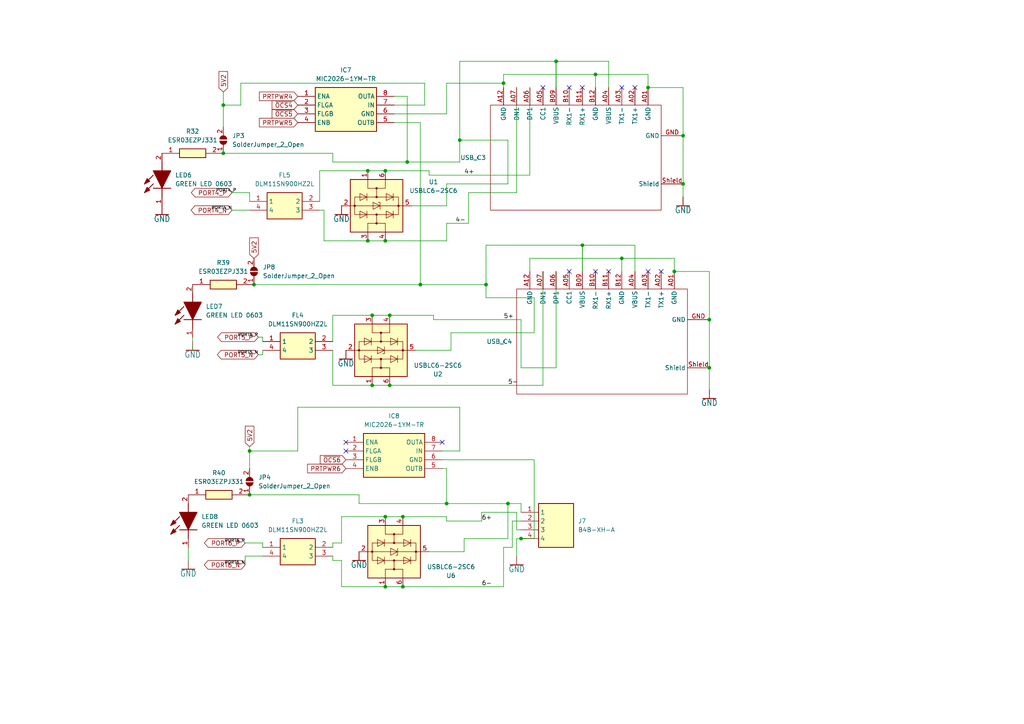
<source format=kicad_sch>
(kicad_sch (version 20230121) (generator eeschema)
  (paper "A4")
  (lib_symbols
    (symbol "Connector:PLUG-USBC-121SMT-4BS2S"
      (property "Reference" "USB_C" (at 0 0 0))
      (symbol "PLUG-USBC-121SMT-4BS2S_1_1"
        (rectangle (start -15.24 -3.81) (end 15.24 -53.34))
        (pin bidirectional line (at 20.32 -49.53 180) (length 5.08) (name "GND") (number "A01"))
        (pin bidirectional line (at 20.32 -45.72 180) (length 5.08) (name "TX1+") (number "A02"))
        (pin bidirectional line (at 20.32 -41.91 180) (length 5.08) (name "TX1-") (number "A03"))
        (pin bidirectional line (at 20.32 -38.1 180) (length 5.08) (name "VBUS") (number "A04"))
        (pin bidirectional line (at 20.32 -19.05 180) (length 5.08) (name "CC1") (number "A05"))
        (pin bidirectional line (at 20.32 -15.24 180) (length 5.08) (name "DP1") (number "A06"))
        (pin bidirectional line (at 20.32 -11.43 180) (length 5.08) (name "DN1") (number "A07"))
        (pin bidirectional line (at 20.32 -7.62 180) (length 5.08) (name "GND") (number "A12"))
        (pin bidirectional line (at 20.32 -22.86 180) (length 5.08) (name "VBUS") (number "B09"))
        (pin bidirectional line (at 20.32 -26.67 180) (length 5.08) (name "RX1-") (number "B10"))
        (pin bidirectional line (at 20.32 -30.48 180) (length 5.08) (name "RX1+") (number "B11"))
        (pin bidirectional line (at 20.32 -34.29 180) (length 5.08) (name "GND") (number "B12"))
        (pin bidirectional line (at 6.35 -59.69 90) (length 6.35) (name "GND") (number "GND"))
        (pin bidirectional line (at -7.62 -59.69 90) (length 6.35) (name "Shield") (number "Shield"))
      )
    )
    (symbol "Jumper:SolderJumper_2_Open" (pin_names (offset 0) hide)
      (property "Reference" "JP" (at 0 2.032 0))
      (property "Value" "SolderJumper_2_Open" (at 0 -2.54 0))
      (symbol "SolderJumper_2_Open_0_1"
        (arc (start -0.254 1.016) (mid -1.2656 0) (end -0.254 -1.016))
        (arc (start -0.254 1.016) (mid -1.2656 0) (end -0.254 -1.016) (fill (type outline)))
        (polyline (pts (xy -0.254 1.016) (xy -0.254 -1.016)))
        (polyline (pts (xy 0.254 1.016) (xy 0.254 -1.016)))
        (arc (start 0.254 -1.016) (mid 1.2656 0) (end 0.254 1.016))
        (arc (start 0.254 -1.016) (mid 1.2656 0) (end 0.254 1.016) (fill (type outline)))
      )
      (symbol "SolderJumper_2_Open_1_1"
        (pin passive line (at -3.81 0 0) (length 2.54) (name "A") (number "1"))
        (pin passive line (at 3.81 0 180) (length 2.54) (name "B") (number "2"))
      )
    )
    (symbol "PLUG-USBC-121SMT-4BS2S_1"
      (property "Reference" "USB_C" (at 0 0 0))
      (symbol "PLUG-USBC-121SMT-4BS2S_1_1_1"
        (rectangle (start -15.24 -3.81) (end 15.24 -53.34))
        (pin bidirectional line (at 20.32 -49.53 180) (length 5.08) (name "GND") (number "A01"))
        (pin bidirectional line (at 20.32 -45.72 180) (length 5.08) (name "TX1+") (number "A02"))
        (pin bidirectional line (at 20.32 -41.91 180) (length 5.08) (name "TX1-") (number "A03"))
        (pin bidirectional line (at 20.32 -38.1 180) (length 5.08) (name "VBUS") (number "A04"))
        (pin bidirectional line (at 20.32 -19.05 180) (length 5.08) (name "CC1") (number "A05"))
        (pin bidirectional line (at 20.32 -15.24 180) (length 5.08) (name "DP1") (number "A06"))
        (pin bidirectional line (at 20.32 -11.43 180) (length 5.08) (name "DN1") (number "A07"))
        (pin bidirectional line (at 20.32 -7.62 180) (length 5.08) (name "GND") (number "A12"))
        (pin bidirectional line (at 20.32 -22.86 180) (length 5.08) (name "VBUS") (number "B09"))
        (pin bidirectional line (at 20.32 -26.67 180) (length 5.08) (name "RX1-") (number "B10"))
        (pin bidirectional line (at 20.32 -30.48 180) (length 5.08) (name "RX1+") (number "B11"))
        (pin bidirectional line (at 20.32 -34.29 180) (length 5.08) (name "GND") (number "B12"))
        (pin bidirectional line (at 6.35 -59.69 90) (length 6.35) (name "GND") (number "GND"))
        (pin bidirectional line (at -7.62 -59.69 90) (length 6.35) (name "Shield") (number "Shield"))
      )
    )
    (symbol "Power_Protection:USBLC6-2SC6" (pin_names hide)
      (property "Reference" "U" (at 2.54 8.89 0))
      (property "Value" "USBLC6-2SC6" (at 2.54 -8.89 0))
      (symbol "USBLC6-2SC6_0_1"
        (rectangle (start -7.62 -7.62) (end 7.62 7.62) (stroke (width 0.254)) (fill (type background)))
        (circle (center -5.08 0) (radius 0.254) (fill (type outline)))
        (circle (center -2.54 0) (radius 0.254) (fill (type outline)))
        (rectangle (start -2.54 6.35) (end 2.54 -6.35))
        (circle (center 0 -6.35) (radius 0.254) (fill (type outline)))
        (polyline (pts (xy -5.08 -2.54) (xy -7.62 -2.54)))
        (polyline (pts (xy -5.08 0) (xy -5.08 -2.54)))
        (polyline (pts (xy -5.08 2.54) (xy -7.62 2.54)))
        (polyline (pts (xy -1.524 -2.794) (xy -3.556 -2.794)))
        (polyline (pts (xy -1.524 4.826) (xy -3.556 4.826)))
        (polyline (pts (xy 0 -7.62) (xy 0 -6.35)))
        (polyline (pts (xy 0 -6.35) (xy 0 1.27)))
        (polyline (pts (xy 0 1.27) (xy 0 6.35)))
        (polyline (pts (xy 0 6.35) (xy 0 7.62)))
        (polyline (pts (xy 1.524 -2.794) (xy 3.556 -2.794)))
        (polyline (pts (xy 1.524 4.826) (xy 3.556 4.826)))
        (polyline (pts (xy 5.08 -2.54) (xy 7.62 -2.54)))
        (polyline (pts (xy 5.08 0) (xy 5.08 -2.54)))
        (polyline (pts (xy 5.08 2.54) (xy 7.62 2.54)))
        (polyline (pts (xy -2.54 0) (xy -5.08 0) (xy -5.08 2.54)))
        (polyline (pts (xy 2.54 0) (xy 5.08 0) (xy 5.08 2.54)))
        (polyline (pts (xy -3.556 -4.826) (xy -1.524 -4.826) (xy -2.54 -2.794) (xy -3.556 -4.826)))
        (polyline (pts (xy -3.556 2.794) (xy -1.524 2.794) (xy -2.54 4.826) (xy -3.556 2.794)))
        (polyline (pts (xy -1.016 -1.016) (xy 1.016 -1.016) (xy 0 1.016) (xy -1.016 -1.016)))
        (polyline (pts (xy 1.016 1.016) (xy 0.762 1.016) (xy -1.016 1.016) (xy -1.016 0.508)))
        (polyline (pts (xy 3.556 -4.826) (xy 1.524 -4.826) (xy 2.54 -2.794) (xy 3.556 -4.826)))
        (polyline (pts (xy 3.556 2.794) (xy 1.524 2.794) (xy 2.54 4.826) (xy 3.556 2.794)))
        (circle (center 0 6.35) (radius 0.254) (fill (type outline)))
        (circle (center 2.54 0) (radius 0.254) (fill (type outline)))
        (circle (center 5.08 0) (radius 0.254) (fill (type outline)))
      )
      (symbol "USBLC6-2SC6_1_1"
        (pin passive line (at -10.16 -2.54 0) (length 2.54) (name "I/O1") (number "1"))
        (pin passive line (at 0 -10.16 90) (length 2.54) (name "GND") (number "2"))
        (pin passive line (at 10.16 -2.54 180) (length 2.54) (name "I/O2") (number "3"))
        (pin passive line (at 10.16 2.54 180) (length 2.54) (name "I/O2") (number "4"))
        (pin passive line (at 0 10.16 270) (length 2.54) (name "VBUS") (number "5"))
        (pin passive line (at -10.16 2.54 0) (length 2.54) (name "I/O1") (number "6"))
      )
    )
    (symbol "Qwiic-USB_Hub-eagle-import:GND" (power)
      (property "Value" "GND" (at 0 -0.254 0))
      (symbol "GND_1_0"
        (polyline (pts (xy -1.905 0) (xy 1.905 0)) (stroke (width 0.254)))
        (pin power_in line (at 0 2.54 270) (length 2.54) (name "GND") (number "1"))
      )
    )
    (symbol "SamacSys_Parts:B1931URO-20D000114U1930" (pin_names hide)
      (property "Reference" "LED" (at 12.7 8.89 0))
      (property "Value" "B1931URO-20D000114U1930" (at 12.7 6.35 0))
      (symbol "B1931URO-20D000114U1930_1_1"
        (polyline (pts (xy 2.54 0) (xy 5.08 0)) (stroke (width 0.254)))
        (polyline (pts (xy 5.08 2.54) (xy 5.08 -2.54)) (stroke (width 0.254)))
        (polyline (pts (xy 6.35 2.54) (xy 3.81 5.08)) (stroke (width 0.254)))
        (polyline (pts (xy 8.89 2.54) (xy 6.35 5.08)) (stroke (width 0.254)))
        (polyline (pts (xy 10.16 0) (xy 12.7 0)) (stroke (width 0.254)))
        (polyline (pts (xy 5.08 0) (xy 10.16 2.54) (xy 10.16 -2.54) (xy 5.08 0)) (stroke (width 0.254)) (fill (type outline)))
        (polyline (pts (xy 5.334 4.318) (xy 4.572 3.556) (xy 3.81 5.08) (xy 5.334 4.318)) (stroke (width 0.254)) (fill (type outline)))
        (polyline (pts (xy 7.874 4.318) (xy 7.112 3.556) (xy 6.35 5.08) (xy 7.874 4.318)) (stroke (width 0.254)) (fill (type outline)))
        (pin passive line (at 0 0 0) (length 2.54) (name "K") (number "1"))
        (pin passive line (at 15.24 0 180) (length 2.54) (name "A") (number "2"))
      )
    )
    (symbol "SamacSys_Parts:B4B-XH-A"
      (property "Reference" "J" (at 16.51 7.62 0))
      (property "Value" "B4B-XH-A" (at 16.51 5.08 0))
      (symbol "B4B-XH-A_1_1"
        (rectangle (start 5.08 2.54) (end 15.24 -10.16) (stroke (width 0.254)) (fill (type background)))
        (pin passive line (at 0 0 0) (length 5.08) (name "1") (number "1"))
        (pin passive line (at 0 -2.54 0) (length 5.08) (name "2") (number "2"))
        (pin passive line (at 0 -5.08 0) (length 5.08) (name "3") (number "3"))
        (pin passive line (at 0 -7.62 0) (length 5.08) (name "4") (number "4"))
      )
    )
    (symbol "SamacSys_Parts:DLM11SN900HZ2L"
      (property "Reference" "FL" (at 16.51 7.62 0))
      (property "Value" "DLM11SN900HZ2L" (at 16.51 5.08 0))
      (symbol "DLM11SN900HZ2L_1_1"
        (rectangle (start 5.08 2.54) (end 15.24 -5.08) (stroke (width 0.254)) (fill (type background)))
        (pin passive line (at 0 0 0) (length 5.08) (name "1") (number "1"))
        (pin passive line (at 20.32 0 180) (length 5.08) (name "2") (number "2"))
        (pin passive line (at 20.32 -2.54 180) (length 5.08) (name "3") (number "3"))
        (pin passive line (at 0 -2.54 0) (length 5.08) (name "4") (number "4"))
      )
    )
    (symbol "SamacSys_Parts:ESR03EZPJ331" (pin_names hide)
      (property "Reference" "R" (at 13.97 6.35 0))
      (property "Value" "ESR03EZPJ331" (at 13.97 3.81 0))
      (symbol "ESR03EZPJ331_1_1"
        (rectangle (start 5.08 1.27) (end 12.7 -1.27) (stroke (width 0.254)) (fill (type background)))
        (pin passive line (at 0 0 0) (length 5.08) (name "1") (number "1"))
        (pin passive line (at 17.78 0 180) (length 5.08) (name "2") (number "2"))
      )
    )
    (symbol "SamacSys_Parts:MIC2026-1YM-TR"
      (property "Reference" "IC" (at 24.13 7.62 0))
      (property "Value" "MIC2026-1YM-TR" (at 24.13 5.08 0))
      (symbol "MIC2026-1YM-TR_1_1"
        (rectangle (start 5.08 2.54) (end 22.86 -10.16) (stroke (width 0.254)) (fill (type background)))
        (pin passive line (at 0 0 0) (length 5.08) (name "ENA") (number "1"))
        (pin passive line (at 0 -2.54 0) (length 5.08) (name "FLGA") (number "2"))
        (pin passive line (at 0 -5.08 0) (length 5.08) (name "FLGB") (number "3"))
        (pin passive line (at 0 -7.62 0) (length 5.08) (name "ENB") (number "4"))
        (pin passive line (at 27.94 -7.62 180) (length 5.08) (name "OUTB") (number "5"))
        (pin passive line (at 27.94 -5.08 180) (length 5.08) (name "GND") (number "6"))
        (pin passive line (at 27.94 -2.54 180) (length 5.08) (name "IN") (number "7"))
        (pin passive line (at 27.94 0 180) (length 5.08) (name "OUTA") (number "8"))
      )
    )
  )
  (junction (at 198.12 53.34))
  (junction (at 113.03 91.44))
  (junction (at 106.68 69.85))
  (junction (at 113.03 111.76))
  (junction (at 73.66 82.55))
  (junction (at 140.97 82.55))
  (junction (at 133.35 40.64))
  (junction (at 116.84 149.86))
  (junction (at 64.77 30.48))
  (junction (at 72.39 143.51))
  (junction (at 64.77 44.45))
  (junction (at 111.76 69.85))
  (junction (at 129.54 146.05))
  (junction (at 111.76 49.53))
  (junction (at 146.05 24.13))
  (junction (at 72.39 130.81))
  (junction (at 205.74 92.71))
  (junction (at 195.58 78.74))
  (junction (at 172.72 21.59))
  (junction (at 107.95 111.76))
  (junction (at 111.76 170.18))
  (junction (at 107.95 91.44))
  (junction (at 121.92 82.55))
  (junction (at 198.12 39.37))
  (junction (at 205.74 106.68))
  (junction (at 180.34 74.93))
  (junction (at 161.29 17.78))
  (junction (at 151.13 156.21))
  (junction (at 147.32 146.05))
  (junction (at 111.76 149.86))
  (junction (at 187.96 25.4))
  (junction (at 116.84 170.18))
  (junction (at 106.68 49.53))
  (junction (at 168.91 71.12))
  (junction (at 118.11 46.99))
  (no_connect (at 172.72 78.74))
  (no_connect (at 191.77 78.74))
  (no_connect (at 165.1 25.4))
  (no_connect (at 168.91 25.4))
  (no_connect (at 100.33 130.81))
  (no_connect (at 184.15 25.4))
  (no_connect (at 157.48 25.4))
  (no_connect (at 187.96 78.74))
  (no_connect (at 176.53 78.74))
  (no_connect (at 100.33 128.27))
  (no_connect (at 128.27 128.27))
  (no_connect (at 165.1 78.74))
  (no_connect (at 180.34 25.4))
  (wire (pts (xy 111.76 170.18) (xy 116.84 170.18)))
  (wire (pts (xy 116.84 149.86) (xy 129.54 149.86)))
  (wire (pts (xy 134.62 156.21) (xy 147.32 156.21)))
  (wire (pts (xy 129.54 53.34) (xy 129.54 59.69)))
  (wire (pts (xy 180.34 74.93) (xy 180.34 78.74)))
  (wire (pts (xy 96.52 91.44) (xy 107.95 91.44)))
  (wire (pts (xy 146.05 25.4) (xy 146.05 24.13)))
  (wire (pts (xy 121.92 35.56) (xy 121.92 82.55)))
  (wire (pts (xy 151.13 146.05) (xy 151.13 148.59)) (stroke (width 0.1524)))
  (wire (pts (xy 74.93 102.87) (xy 76.2 102.87)))
  (wire (pts (xy 114.3 33.02) (xy 129.54 33.02)))
  (wire (pts (xy 198.12 39.37) (xy 198.12 53.34)) (stroke (width 0.1524)))
  (wire (pts (xy 133.35 40.64) (xy 133.35 17.78)) (stroke (width 0.1524)))
  (wire (pts (xy 198.12 25.4) (xy 187.96 25.4)) (stroke (width 0.1524)))
  (wire (pts (xy 146.05 24.13) (xy 146.05 21.59)))
  (wire (pts (xy 154.94 156.21) (xy 151.13 156.21)))
  (wire (pts (xy 153.67 74.93) (xy 180.34 74.93)))
  (wire (pts (xy 92.71 49.53) (xy 92.71 58.42)))
  (wire (pts (xy 133.35 118.11) (xy 133.35 130.81)))
  (wire (pts (xy 129.54 151.13) (xy 139.7 151.13)))
  (wire (pts (xy 154.94 133.35) (xy 154.94 156.21)))
  (wire (pts (xy 96.52 162.56) (xy 99.06 162.56)))
  (wire (pts (xy 125.73 91.44) (xy 125.73 92.71)))
  (wire (pts (xy 76.2 101.6) (xy 76.2 102.87)))
  (wire (pts (xy 187.96 21.59) (xy 187.96 25.4)))
  (wire (pts (xy 133.35 130.81) (xy 128.27 130.81)))
  (wire (pts (xy 157.48 78.74) (xy 157.48 111.76)))
  (wire (pts (xy 104.14 146.05) (xy 129.54 146.05)) (stroke (width 0.1524)))
  (wire (pts (xy 135.89 55.88) (xy 149.86 55.88)))
  (wire (pts (xy 71.12 161.29) (xy 71.12 163.83)))
  (wire (pts (xy 146.05 158.75) (xy 146.05 170.18)))
  (wire (pts (xy 129.54 135.89) (xy 129.54 146.05)))
  (wire (pts (xy 168.91 71.12) (xy 168.91 78.74)) (stroke (width 0.1524)))
  (wire (pts (xy 64.77 26.67) (xy 64.77 30.48)) (stroke (width 0.1524)))
  (wire (pts (xy 172.72 21.59) (xy 172.72 25.4)))
  (wire (pts (xy 176.53 17.78) (xy 161.29 17.78)))
  (wire (pts (xy 114.3 27.94) (xy 118.11 27.94)))
  (wire (pts (xy 140.97 86.36) (xy 154.94 86.36)))
  (wire (pts (xy 72.39 130.81) (xy 86.36 130.81)))
  (wire (pts (xy 64.77 36.83) (xy 64.77 30.48)))
  (wire (pts (xy 161.29 17.78) (xy 161.29 25.4)))
  (wire (pts (xy 72.39 143.51) (xy 104.14 143.51)))
  (wire (pts (xy 140.97 71.12) (xy 168.91 71.12)) (stroke (width 0.1524)))
  (wire (pts (xy 99.06 170.18) (xy 111.76 170.18)))
  (wire (pts (xy 107.95 91.44) (xy 113.03 91.44)))
  (wire (pts (xy 96.52 46.99) (xy 118.11 46.99)) (stroke (width 0.1524)))
  (wire (pts (xy 96.52 157.48) (xy 96.52 158.75)))
  (wire (pts (xy 149.86 156.21) (xy 151.13 156.21)) (stroke (width 0.1524)))
  (wire (pts (xy 69.85 30.48) (xy 64.77 30.48)))
  (wire (pts (xy 99.06 162.56) (xy 99.06 170.18)))
  (wire (pts (xy 135.89 64.77) (xy 135.89 55.88)))
  (wire (pts (xy 111.76 49.53) (xy 124.46 49.53)))
  (wire (pts (xy 151.13 92.71) (xy 151.13 106.68)))
  (wire (pts (xy 172.72 21.59) (xy 187.96 21.59)))
  (wire (pts (xy 128.27 135.89) (xy 129.54 135.89)))
  (wire (pts (xy 147.32 146.05) (xy 151.13 146.05)) (stroke (width 0.1524)))
  (wire (pts (xy 107.95 111.76) (xy 113.03 111.76)))
  (wire (pts (xy 161.29 106.68) (xy 161.29 105.41)))
  (wire (pts (xy 64.77 44.45) (xy 96.52 44.45)))
  (wire (pts (xy 184.15 78.74) (xy 184.15 71.12)))
  (wire (pts (xy 67.31 55.88) (xy 72.39 55.88)))
  (wire (pts (xy 161.29 78.74) (xy 161.29 96.52)))
  (wire (pts (xy 134.62 160.02) (xy 134.62 156.21)))
  (wire (pts (xy 123.19 30.48) (xy 123.19 24.13)))
  (wire (pts (xy 96.52 111.76) (xy 107.95 111.76)))
  (wire (pts (xy 140.97 82.55) (xy 140.97 86.36)) (stroke (width 0.1524)))
  (wire (pts (xy 111.76 69.85) (xy 129.54 69.85)))
  (wire (pts (xy 161.29 105.41) (xy 161.29 96.52)) (stroke (width 0.1524)))
  (wire (pts (xy 153.67 50.8) (xy 153.67 43.18)) (stroke (width 0.1524)))
  (wire (pts (xy 149.86 153.67) (xy 149.86 148.59)))
  (wire (pts (xy 54.61 158.75) (xy 54.61 162.56)))
  (wire (pts (xy 205.74 78.74) (xy 195.58 78.74)) (stroke (width 0.1524)))
  (wire (pts (xy 153.67 78.74) (xy 153.67 74.93)))
  (wire (pts (xy 129.54 33.02) (xy 129.54 24.13)))
  (wire (pts (xy 147.32 156.21) (xy 147.32 146.05)))
  (wire (pts (xy 205.74 78.74) (xy 205.74 92.71)) (stroke (width 0.1524)))
  (wire (pts (xy 129.54 64.77) (xy 129.54 69.85)))
  (wire (pts (xy 93.98 60.96) (xy 93.98 69.85)))
  (wire (pts (xy 130.81 96.52) (xy 154.94 96.52)))
  (wire (pts (xy 113.03 91.44) (xy 125.73 91.44)))
  (wire (pts (xy 151.13 106.68) (xy 161.29 106.68)))
  (wire (pts (xy 133.35 46.99) (xy 133.35 40.64)) (stroke (width 0.1524)))
  (wire (pts (xy 76.2 99.06) (xy 76.2 97.79)))
  (wire (pts (xy 195.58 74.93) (xy 195.58 78.74)))
  (wire (pts (xy 149.86 25.4) (xy 149.86 55.88)))
  (wire (pts (xy 86.36 118.11) (xy 133.35 118.11)))
  (wire (pts (xy 147.32 40.64) (xy 133.35 40.64)))
  (wire (pts (xy 121.92 82.55) (xy 140.97 82.55)) (stroke (width 0.1524)))
  (wire (pts (xy 180.34 74.93) (xy 195.58 74.93)))
  (wire (pts (xy 76.2 161.29) (xy 71.12 161.29)))
  (wire (pts (xy 205.74 92.71) (xy 205.74 106.68)) (stroke (width 0.1524)))
  (wire (pts (xy 111.76 149.86) (xy 116.84 149.86)))
  (wire (pts (xy 148.59 151.13) (xy 148.59 158.75)))
  (wire (pts (xy 154.94 96.52) (xy 154.94 86.36)))
  (wire (pts (xy 168.91 71.12) (xy 168.91 78.74)))
  (wire (pts (xy 96.52 99.06) (xy 96.52 91.44)))
  (wire (pts (xy 106.68 69.85) (xy 111.76 69.85)))
  (wire (pts (xy 72.39 135.89) (xy 72.39 130.81)))
  (wire (pts (xy 143.51 50.8) (xy 153.67 50.8)) (stroke (width 0.1524)))
  (wire (pts (xy 71.12 157.48) (xy 76.2 157.48)))
  (wire (pts (xy 114.3 30.48) (xy 123.19 30.48)))
  (wire (pts (xy 69.85 24.13) (xy 69.85 30.48)))
  (wire (pts (xy 124.46 50.8) (xy 143.51 50.8)))
  (wire (pts (xy 148.59 158.75) (xy 146.05 158.75)))
  (wire (pts (xy 129.54 146.05) (xy 147.32 146.05)) (stroke (width 0.1524)))
  (wire (pts (xy 128.27 133.35) (xy 154.94 133.35)))
  (wire (pts (xy 76.2 157.48) (xy 76.2 158.75)))
  (wire (pts (xy 114.3 35.56) (xy 121.92 35.56)))
  (wire (pts (xy 140.97 82.55) (xy 140.97 71.12)) (stroke (width 0.1524)))
  (wire (pts (xy 133.35 17.78) (xy 161.29 17.78)) (stroke (width 0.1524)))
  (wire (pts (xy 198.12 57.15) (xy 198.12 53.34)) (stroke (width 0.1524)))
  (wire (pts (xy 106.68 49.53) (xy 111.76 49.53)))
  (wire (pts (xy 124.46 160.02) (xy 134.62 160.02)))
  (wire (pts (xy 99.06 149.86) (xy 111.76 149.86)))
  (wire (pts (xy 73.66 82.55) (xy 121.92 82.55)))
  (wire (pts (xy 151.13 153.67) (xy 149.86 153.67)))
  (wire (pts (xy 96.52 44.45) (xy 96.52 46.99)) (stroke (width 0.1524)))
  (wire (pts (xy 147.32 53.34) (xy 147.32 40.64)))
  (wire (pts (xy 118.11 27.94) (xy 118.11 46.99)))
  (wire (pts (xy 99.06 157.48) (xy 99.06 149.86)))
  (wire (pts (xy 86.36 130.81) (xy 86.36 118.11)))
  (wire (pts (xy 96.52 157.48) (xy 99.06 157.48)))
  (wire (pts (xy 130.81 96.52) (xy 130.81 101.6)))
  (wire (pts (xy 72.39 130.81) (xy 72.39 129.54)))
  (wire (pts (xy 129.54 64.77) (xy 135.89 64.77)))
  (wire (pts (xy 118.11 46.99) (xy 133.35 46.99)) (stroke (width 0.1524)))
  (wire (pts (xy 67.31 60.96) (xy 72.39 60.96)))
  (wire (pts (xy 161.29 17.78) (xy 161.29 25.4)) (stroke (width 0.1524)))
  (wire (pts (xy 119.38 59.69) (xy 129.54 59.69)))
  (wire (pts (xy 176.53 25.4) (xy 176.53 17.78)))
  (wire (pts (xy 148.59 151.13) (xy 151.13 151.13)))
  (wire (pts (xy 120.65 101.6) (xy 130.81 101.6)))
  (wire (pts (xy 125.73 92.71) (xy 151.13 92.71)))
  (wire (pts (xy 146.05 21.59) (xy 172.72 21.59)))
  (wire (pts (xy 153.67 25.4) (xy 153.67 43.18)))
  (wire (pts (xy 149.86 148.59) (xy 139.7 148.59)))
  (wire (pts (xy 198.12 25.4) (xy 198.12 39.37)) (stroke (width 0.1524)))
  (wire (pts (xy 129.54 53.34) (xy 147.32 53.34)))
  (wire (pts (xy 129.54 24.13) (xy 146.05 24.13)))
  (wire (pts (xy 104.14 143.51) (xy 104.14 146.05)) (stroke (width 0.1524)))
  (wire (pts (xy 93.98 69.85) (xy 106.68 69.85)))
  (wire (pts (xy 72.39 55.88) (xy 72.39 58.42)))
  (wire (pts (xy 93.98 60.96) (xy 92.71 60.96)))
  (wire (pts (xy 123.19 24.13) (xy 69.85 24.13)))
  (wire (pts (xy 205.74 106.68) (xy 205.74 113.03)) (stroke (width 0.1524)))
  (wire (pts (xy 55.88 100.33) (xy 55.88 101.6)))
  (wire (pts (xy 129.54 149.86) (xy 129.54 151.13)))
  (wire (pts (xy 124.46 49.53) (xy 124.46 50.8)))
  (wire (pts (xy 92.71 49.53) (xy 106.68 49.53)))
  (wire (pts (xy 55.88 97.79) (xy 55.88 99.06)))
  (wire (pts (xy 184.15 71.12) (xy 168.91 71.12)))
  (wire (pts (xy 149.86 156.21) (xy 149.86 161.29)) (stroke (width 0.1524)))
  (wire (pts (xy 139.7 148.59) (xy 139.7 151.13)))
  (wire (pts (xy 96.52 101.6) (xy 96.52 111.76)))
  (wire (pts (xy 96.52 162.56) (xy 96.52 161.29)))
  (wire (pts (xy 76.2 97.79) (xy 74.93 97.79)))
  (wire (pts (xy 113.03 111.76) (xy 157.48 111.76)))
  (wire (pts (xy 116.84 170.18) (xy 146.05 170.18)))
  (label "PORT4_N" (at 67.31 60.96 180) (effects (font (size 0.889 0.889))))
  (label "6-" (at 139.7 170.18 0))
  (label "PORT5_P" (at 74.93 97.79 180) (effects (font (size 0.889 0.889))))
  (label "PORT6_N" (at 71.12 163.83 180) (effects (font (size 0.889 0.889))))
  (label "4+" (at 134.62 50.8 0))
  (label "6+" (at 139.7 151.13 0))
  (label "5+" (at 146.05 92.71 0))
  (label "PORT6_P" (at 71.12 157.48 180) (effects (font (size 0.889 0.889))))
  (label "4-" (at 132.08 64.77 0))
  (label "PORT5_N" (at 74.93 102.87 180) (effects (font (size 0.889 0.889))))
  (label "5-" (at 147.32 111.76 0))
  (label "PORT4_P" (at 68.58 55.88 180) (effects (font (size 0.889 0.889))))
  (global_label "PORT6_P" (shape bidirectional) (at 71.12 157.48 180) (property "Intersheetrefs" "${INTERSHEET_REFS}" (effects hide)))
  (global_label "PORT6_N" (shape bidirectional) (at 71.12 163.83 180) (property "Intersheetrefs" "${INTERSHEET_REFS}" (effects hide)))
  (global_label "5V2" (shape input) (at 72.39 129.54 90) (property "Intersheetrefs" "${INTERSHEET_REFS}" (effects hide)))
  (global_label "~{OCS5}" (shape input) (at 86.36 33.02 180) (property "Intersheetrefs" "${INTERSHEET_REFS}" (effects hide)))
  (global_label "PRTPWR4" (shape input) (at 86.36 27.94 180) (property "Intersheetrefs" "${INTERSHEET_REFS}" (effects hide)))
  (global_label "~{OCS4}" (shape input) (at 86.36 30.48 180) (property "Intersheetrefs" "${INTERSHEET_REFS}" (effects hide)))
  (global_label "PRTPWR6" (shape input) (at 100.33 135.89 180) (property "Intersheetrefs" "${INTERSHEET_REFS}" (effects hide)))
  (global_label "PRTPWR5" (shape input) (at 86.36 35.56 180) (property "Intersheetrefs" "${INTERSHEET_REFS}" (effects hide)))
  (global_label "~{OCS6}" (shape input) (at 100.33 133.35 180) (property "Intersheetrefs" "${INTERSHEET_REFS}" (effects hide)))
  (global_label "PORT4_N" (shape bidirectional) (at 67.31 60.96 180) (property "Intersheetrefs" "${INTERSHEET_REFS}" (effects hide)))
  (global_label "PORT5_P" (shape bidirectional) (at 74.93 97.79 180) (property "Intersheetrefs" "${INTERSHEET_REFS}" (effects hide)))
  (global_label "PORT4_P" (shape bidirectional) (at 67.31 55.88 180) (property "Intersheetrefs" "${INTERSHEET_REFS}" (effects hide)))
  (global_label "PORT5_N" (shape bidirectional) (at 74.93 102.87 180) (property "Intersheetrefs" "${INTERSHEET_REFS}" (effects hide)))
  (global_label "5V2" (shape input) (at 64.77 26.67 90) (property "Intersheetrefs" "${INTERSHEET_REFS}" (effects hide)))
  (global_label "5V2" (shape input) (at 73.66 74.93 90) (property "Intersheetrefs" "${INTERSHEET_REFS}" (effects hide)))
  (symbol (lib_name "PLUG-USBC-121SMT-4BS2S_1") (lib_id "Connector:PLUG-USBC-121SMT-4BS2S") (at 146.05 99.06 90) (unit 1)
    (property "Reference" "USB_C4" (at 148.59 99.06 90) (effects (justify left)))
    (property "Value" "~" (at 146.05 99.06 0))
    (property "Footprint" "Connector_USB:PLUG-USBC-121SMT-4BS2S" (effects hide))
    (property "Datasheet" "https://globtek.secure.force.com/spec/pdf/2342616/d2760419" (effects hide))
  )
  (symbol (lib_id "Jumper:SolderJumper_2_Open") (at 64.77 40.64 90) (unit 1)
    (property "Reference" "JP3" (at 67.31 39.37 90) (effects (justify right)))
    (property "Value" "SolderJumper_2_Open" (at 67.31 41.91 90) (effects (justify right)))
    (property "Footprint" "Jumper:SolderJumper-2_P1.3mm_Open_Pad1.0x1.5mm" (effects hide))
  )
  (symbol (lib_id "SamacSys_Parts:B1931URO-20D000114U1930") (at 55.88 97.79 90) (unit 1)
    (property "Reference" "LED7" (at 59.69 88.9 90) (effects (justify right)))
    (property "Value" "GREEN LED 0603" (at 59.69 91.44 90) (effects (justify right)))
    (property "Footprint" "LEDC1608X60N" (effects hide))
    (property "Datasheet" "https://mm.digikey.com/Volume0/opasdata/d220001/medias/docus/3667/B1931URO-20D000114U1930.pdf" (effects hide))
    (property "Height" "0.6" (effects hide))
    (property "Manufacturer_Name" "Harvatek" (effects hide))
    (property "Manufacturer_Part_Number" "B1931URO-20D000114U1930" (effects hide))
  )
  (symbol (lib_id "Power_Protection:USBLC6-2SC6") (at 114.3 160.02 270) (mirror x) (unit 1)
    (property "Reference" "U6" (at 130.81 166.9481 90))
    (property "Value" "USBLC6-2SC6" (at 130.81 164.4081 90))
    (property "Footprint" "Package_TO_SOT_SMD:SOT-23-6" (effects hide))
    (property "Datasheet" "https://www.st.com/resource/en/datasheet/usblc6-2.pdf" (effects hide))
  )
  (symbol (lib_id "SamacSys_Parts:B4B-XH-A") (at 151.13 148.59 0) (unit 1)
    (property "Reference" "J7" (at 167.64 151.13 0) (effects (justify left)))
    (property "Value" "B4B-XH-A" (at 167.64 153.67 0) (effects (justify left)))
    (property "Footprint" "B4BXHA" (effects hide))
    (property "Datasheet" "https://www.jst-mfg.com/product/pdf/eng/eXH.pdf" (effects hide))
    (property "Height" "7" (effects hide))
    (property "Manufacturer_Name" "JST (JAPAN SOLDERLESS TERMINALS)" (effects hide))
    (property "Manufacturer_Part_Number" "B4B-XH-A" (effects hide))
  )
  (symbol (lib_id "Qwiic-USB_Hub-eagle-import:GND") (at 55.88 101.6 0) (unit 1)
    (property "Reference" "#GND044" (effects hide))
    (property "Value" "GND" (at 55.88 101.854 0) (effects (font (size 1.778 1.5113)) (justify top)))
  )
  (symbol (lib_id "SamacSys_Parts:B1931URO-20D000114U1930") (at 46.99 59.69 90) (unit 1)
    (property "Reference" "LED6" (at 50.8 50.8 90) (effects (justify right)))
    (property "Value" "GREEN LED 0603" (at 50.8 53.34 90) (effects (justify right)))
    (property "Footprint" "LEDC1608X60N" (effects hide))
    (property "Datasheet" "https://mm.digikey.com/Volume0/opasdata/d220001/medias/docus/3667/B1931URO-20D000114U1930.pdf" (effects hide))
    (property "Height" "0.6" (effects hide))
    (property "Manufacturer_Name" "Harvatek" (effects hide))
    (property "Manufacturer_Part_Number" "B1931URO-20D000114U1930" (effects hide))
  )
  (symbol (lib_id "SamacSys_Parts:B1931URO-20D000114U1930") (at 54.61 158.75 90) (unit 1)
    (property "Reference" "LED8" (at 58.42 149.86 90) (effects (justify right)))
    (property "Value" "GREEN LED 0603" (at 58.42 152.4 90) (effects (justify right)))
    (property "Footprint" "LEDC1608X60N" (effects hide))
    (property "Datasheet" "https://mm.digikey.com/Volume0/opasdata/d220001/medias/docus/3667/B1931URO-20D000114U1930.pdf" (effects hide))
    (property "Height" "0.6" (effects hide))
    (property "Manufacturer_Name" "Harvatek" (effects hide))
    (property "Manufacturer_Part_Number" "B1931URO-20D000114U1930" (effects hide))
  )
  (symbol (lib_id "SamacSys_Parts:DLM11SN900HZ2L") (at 76.2 99.06 0) (unit 1)
    (property "Reference" "FL4" (at 86.36 91.44 0))
    (property "Value" "DLM11SN900HZ2L" (at 86.36 93.98 0))
    (property "Footprint" "DLM11SN900HZ2L" (effects hide))
    (property "Datasheet" "https://www.murata.com/en-us/products/productdata/8796759851038/QFLC9116.pdf" (effects hide))
    (property "Height" "0.6" (effects hide))
    (property "Manufacturer_Name" "Murata Electronics" (effects hide))
    (property "Manufacturer_Part_Number" "DLM11SN900HZ2L" (effects hide))
    (property "Mouser Part Number" "81-DLM11SN900HZ2L" (effects hide))
    (property "Mouser Price/Stock" "https://www.mouser.co.uk/ProductDetail/Murata-Electronics/DLM11SN900HZ2L?qs=lEfY3O89Aqk%252BOsIwi%252BZA3g%3D%3D" (effects hide))
    (property "Arrow Part Number" "DLM11SN900HZ2L" (effects hide))
    (property "Arrow Price/Stock" "https://www.arrow.com/en/products/dlm11sn900hz2l/murata-manufacturing?region=nac" (effects hide))
  )
  (symbol (lib_id "SamacSys_Parts:MIC2026-1YM-TR") (at 100.33 128.27 0) (unit 1)
    (property "Reference" "IC8" (at 114.3 120.65 0))
    (property "Value" "MIC2026-1YM-TR" (at 114.3 123.19 0))
    (property "Footprint" "SOIC127P600X163-8N" (effects hide))
    (property "Datasheet" "http://www.microchip.com/mymicrochip/filehandler.aspx?ddocname=en579448" (effects hide))
    (property "Height" "1.63" (effects hide))
    (property "Manufacturer_Name" "Microchip" (effects hide))
    (property "Manufacturer_Part_Number" "MIC2026-1YM-TR" (effects hide))
    (property "Mouser Part Number" "998-MIC2026-1YMTR" (effects hide))
    (property "Mouser Price/Stock" "https://www.mouser.co.uk/ProductDetail/Microchip-Technology/MIC2026-1YM-TR?qs=Y3Q3JoKAO1RvSBXTScKjGw%3D%3D" (effects hide))
    (property "Arrow Part Number" "MIC2026-1YM-TR" (effects hide))
    (property "Arrow Price/Stock" "https://www.arrow.com/en/products/mic2026-1ym-tr/microchip-technology?region=europe" (effects hide))
  )
  (symbol (lib_id "SamacSys_Parts:MIC2026-1YM-TR") (at 86.36 27.94 0) (unit 1)
    (property "Reference" "IC7" (at 100.33 20.32 0))
    (property "Value" "MIC2026-1YM-TR" (at 100.33 22.86 0))
    (property "Footprint" "SOIC127P600X163-8N" (effects hide))
    (property "Datasheet" "http://www.microchip.com/mymicrochip/filehandler.aspx?ddocname=en579448" (effects hide))
    (property "Height" "1.63" (effects hide))
    (property "Manufacturer_Name" "Microchip" (effects hide))
    (property "Manufacturer_Part_Number" "MIC2026-1YM-TR" (effects hide))
    (property "Mouser Part Number" "998-MIC2026-1YMTR" (effects hide))
    (property "Mouser Price/Stock" "https://www.mouser.co.uk/ProductDetail/Microchip-Technology/MIC2026-1YM-TR?qs=Y3Q3JoKAO1RvSBXTScKjGw%3D%3D" (effects hide))
    (property "Arrow Part Number" "MIC2026-1YM-TR" (effects hide))
    (property "Arrow Price/Stock" "https://www.arrow.com/en/products/mic2026-1ym-tr/microchip-technology?region=europe" (effects hide))
  )
  (symbol (lib_id "Qwiic-USB_Hub-eagle-import:GND") (at 46.99 62.23 0) (unit 1)
    (property "Reference" "#GND049" (effects hide))
    (property "Value" "GND" (at 46.99 62.484 0) (effects (font (size 1.778 1.5113)) (justify top)))
  )
  (symbol (lib_id "Jumper:SolderJumper_2_Open") (at 73.66 78.74 90) (unit 1)
    (property "Reference" "JP8" (at 76.2 77.47 90) (effects (justify right)))
    (property "Value" "SolderJumper_2_Open" (at 76.2 80.01 90) (effects (justify right)))
    (property "Footprint" "Jumper:SolderJumper-2_P1.3mm_Open_Pad1.0x1.5mm" (effects hide))
  )
  (symbol (lib_id "SamacSys_Parts:DLM11SN900HZ2L") (at 76.2 158.75 0) (unit 1)
    (property "Reference" "FL3" (at 86.36 151.13 0))
    (property "Value" "DLM11SN900HZ2L" (at 86.36 153.67 0))
    (property "Footprint" "DLM11SN900HZ2L" (effects hide))
    (property "Datasheet" "https://www.murata.com/en-us/products/productdata/8796759851038/QFLC9116.pdf" (effects hide))
    (property "Height" "0.6" (effects hide))
    (property "Manufacturer_Name" "Murata Electronics" (effects hide))
    (property "Manufacturer_Part_Number" "DLM11SN900HZ2L" (effects hide))
    (property "Mouser Part Number" "81-DLM11SN900HZ2L" (effects hide))
    (property "Mouser Price/Stock" "https://www.mouser.co.uk/ProductDetail/Murata-Electronics/DLM11SN900HZ2L?qs=lEfY3O89Aqk%252BOsIwi%252BZA3g%3D%3D" (effects hide))
    (property "Arrow Part Number" "DLM11SN900HZ2L" (effects hide))
    (property "Arrow Price/Stock" "https://www.arrow.com/en/products/dlm11sn900hz2l/murata-manufacturing?region=nac" (effects hide))
  )
  (symbol (lib_id "Qwiic-USB_Hub-eagle-import:GND") (at 205.74 115.57 0) (unit 1)
    (property "Reference" "#GND052" (effects hide))
    (property "Value" "GND" (at 205.74 115.824 0) (effects (font (size 1.778 1.5113)) (justify top)))
  )
  (symbol (lib_id "Qwiic-USB_Hub-eagle-import:GND") (at 100.33 104.14 0) (unit 1)
    (property "Reference" "#GND0101" (effects hide))
    (property "Value" "GND" (at 100.33 104.394 0) (effects (font (size 1.778 1.5113)) (justify top)))
  )
  (symbol (lib_id "Qwiic-USB_Hub-eagle-import:GND") (at 99.06 62.23 0) (unit 1)
    (property "Reference" "#GND057" (effects hide))
    (property "Value" "GND" (at 99.06 62.484 0) (effects (font (size 1.778 1.5113)) (justify top)))
  )
  (symbol (lib_id "Jumper:SolderJumper_2_Open") (at 72.39 139.7 90) (unit 1)
    (property "Reference" "JP4" (at 74.93 138.43 90) (effects (justify right)))
    (property "Value" "SolderJumper_2_Open" (at 74.93 140.97 90) (effects (justify right)))
    (property "Footprint" "Jumper:SolderJumper-2_P1.3mm_Open_Pad1.0x1.5mm" (effects hide))
  )
  (symbol (lib_id "SamacSys_Parts:ESR03EZPJ331") (at 54.61 143.51 0) (unit 1)
    (property "Reference" "R40" (at 63.5 137.16 0))
    (property "Value" "ESR03EZPJ331" (at 63.5 139.7 0))
    (property "Footprint" "RESC1608X55N" (effects hide))
    (property "Datasheet" "https://componentsearchengine.com/Datasheets/1/ESR03EZPJ331.pdf" (effects hide))
    (property "Height" "0.55" (effects hide))
    (property "Manufacturer_Name" "ROHM Semiconductor" (effects hide))
    (property "Manufacturer_Part_Number" "ESR03EZPJ331" (effects hide))
    (property "Mouser Part Number" "755-ESR03EZPJ331" (effects hide))
    (property "Mouser Price/Stock" "https://www.mouser.co.uk/ProductDetail/ROHM-Semiconductor/ESR03EZPJ331?qs=DyUWGjl%252BcVuEQIiw%252BHs%2F7g%3D%3D" (effects hide))
    (property "Arrow Part Number" "ESR03EZPJ331" (effects hide))
    (property "Arrow Price/Stock" "https://www.arrow.com/en/products/esr03ezpj331/rohm-semiconductor" (effects hide))
  )
  (symbol (lib_id "SamacSys_Parts:ESR03EZPJ331") (at 46.99 44.45 0) (unit 1)
    (property "Reference" "R32" (at 55.88 38.1 0))
    (property "Value" "ESR03EZPJ331" (at 55.88 40.64 0))
    (property "Footprint" "RESC1608X55N" (effects hide))
    (property "Datasheet" "https://componentsearchengine.com/Datasheets/1/ESR03EZPJ331.pdf" (effects hide))
    (property "Height" "0.55" (effects hide))
    (property "Manufacturer_Name" "ROHM Semiconductor" (effects hide))
    (property "Manufacturer_Part_Number" "ESR03EZPJ331" (effects hide))
    (property "Mouser Part Number" "755-ESR03EZPJ331" (effects hide))
    (property "Mouser Price/Stock" "https://www.mouser.co.uk/ProductDetail/ROHM-Semiconductor/ESR03EZPJ331?qs=DyUWGjl%252BcVuEQIiw%252BHs%2F7g%3D%3D" (effects hide))
    (property "Arrow Part Number" "ESR03EZPJ331" (effects hide))
    (property "Arrow Price/Stock" "https://www.arrow.com/en/products/esr03ezpj331/rohm-semiconductor" (effects hide))
  )
  (symbol (lib_id "Qwiic-USB_Hub-eagle-import:GND") (at 198.12 59.69 0) (unit 1)
    (property "Reference" "#GND051" (effects hide))
    (property "Value" "GND" (at 198.12 59.944 0) (effects (font (size 1.778 1.5113)) (justify top)))
  )
  (symbol (lib_id "Qwiic-USB_Hub-eagle-import:GND") (at 104.14 162.56 0) (unit 1)
    (property "Reference" "#GND056" (effects hide))
    (property "Value" "GND" (at 104.14 162.814 0) (effects (font (size 1.778 1.5113)) (justify top)))
  )
  (symbol (lib_id "SamacSys_Parts:DLM11SN900HZ2L") (at 72.39 58.42 0) (unit 1)
    (property "Reference" "FL5" (at 82.55 50.8 0))
    (property "Value" "DLM11SN900HZ2L" (at 82.55 53.34 0))
    (property "Footprint" "DLM11SN900HZ2L" (effects hide))
    (property "Datasheet" "https://www.murata.com/en-us/products/productdata/8796759851038/QFLC9116.pdf" (effects hide))
    (property "Height" "0.6" (effects hide))
    (property "Manufacturer_Name" "Murata Electronics" (effects hide))
    (property "Manufacturer_Part_Number" "DLM11SN900HZ2L" (effects hide))
    (property "Mouser Part Number" "81-DLM11SN900HZ2L" (effects hide))
    (property "Mouser Price/Stock" "https://www.mouser.co.uk/ProductDetail/Murata-Electronics/DLM11SN900HZ2L?qs=lEfY3O89Aqk%252BOsIwi%252BZA3g%3D%3D" (effects hide))
    (property "Arrow Part Number" "DLM11SN900HZ2L" (effects hide))
    (property "Arrow Price/Stock" "https://www.arrow.com/en/products/dlm11sn900hz2l/murata-manufacturing?region=nac" (effects hide))
  )
  (symbol (lib_id "Connector:PLUG-USBC-121SMT-4BS2S") (at 138.43 45.72 90) (unit 1)
    (property "Reference" "USB_C3" (at 140.97 45.72 90) (effects (justify left)))
    (property "Value" "~" (at 138.43 45.72 0))
    (property "Footprint" "Connector_USB:PLUG-USBC-121SMT-4BS2S" (effects hide))
  )
  (symbol (lib_id "Power_Protection:USBLC6-2SC6") (at 110.49 101.6 270) (mirror x) (unit 1)
    (property "Reference" "U2" (at 127 108.5281 90))
    (property "Value" "USBLC6-2SC6" (at 127 105.9881 90))
    (property "Footprint" "Package_TO_SOT_SMD:SOT-23-6" (effects hide))
    (property "Datasheet" "https://www.st.com/resource/en/datasheet/usblc6-2.pdf" (effects hide))
  )
  (symbol (lib_id "Qwiic-USB_Hub-eagle-import:GND") (at 54.61 165.1 0) (unit 1)
    (property "Reference" "#GND048" (effects hide))
    (property "Value" "GND" (at 54.61 165.354 0) (effects (font (size 1.778 1.5113)) (justify top)))
  )
  (symbol (lib_id "Power_Protection:USBLC6-2SC6") (at 109.22 59.69 270) (unit 1)
    (property "Reference" "U1" (at 125.73 52.7619 90))
    (property "Value" "USBLC6-2SC6" (at 125.73 55.3019 90))
    (property "Footprint" "Package_TO_SOT_SMD:SOT-23-6" (effects hide))
    (property "Datasheet" "https://www.st.com/resource/en/datasheet/usblc6-2.pdf" (effects hide))
  )
  (symbol (lib_id "Qwiic-USB_Hub-eagle-import:GND") (at 149.86 163.83 0) (unit 1)
    (property "Reference" "#GND050" (effects hide))
    (property "Value" "GND" (at 149.86 164.084 0) (effects (font (size 1.778 1.5113)) (justify top)))
  )
  (symbol (lib_id "SamacSys_Parts:ESR03EZPJ331") (at 55.88 82.55 0) (unit 1)
    (property "Reference" "R39" (at 64.77 76.2 0))
    (property "Value" "ESR03EZPJ331" (at 64.77 78.74 0))
    (property "Footprint" "RESC1608X55N" (effects hide))
    (property "Datasheet" "https://componentsearchengine.com/Datasheets/1/ESR03EZPJ331.pdf" (effects hide))
    (property "Height" "0.55" (effects hide))
    (property "Manufacturer_Name" "ROHM Semiconductor" (effects hide))
    (property "Manufacturer_Part_Number" "ESR03EZPJ331" (effects hide))
    (property "Mouser Part Number" "755-ESR03EZPJ331" (effects hide))
    (property "Mouser Price/Stock" "https://www.mouser.co.uk/ProductDetail/ROHM-Semiconductor/ESR03EZPJ331?qs=DyUWGjl%252BcVuEQIiw%252BHs%2F7g%3D%3D" (effects hide))
    (property "Arrow Part Number" "ESR03EZPJ331" (effects hide))
    (property "Arrow Price/Stock" "https://www.arrow.com/en/products/esr03ezpj331/rohm-semiconductor" (effects hide))
  )
)
</source>
